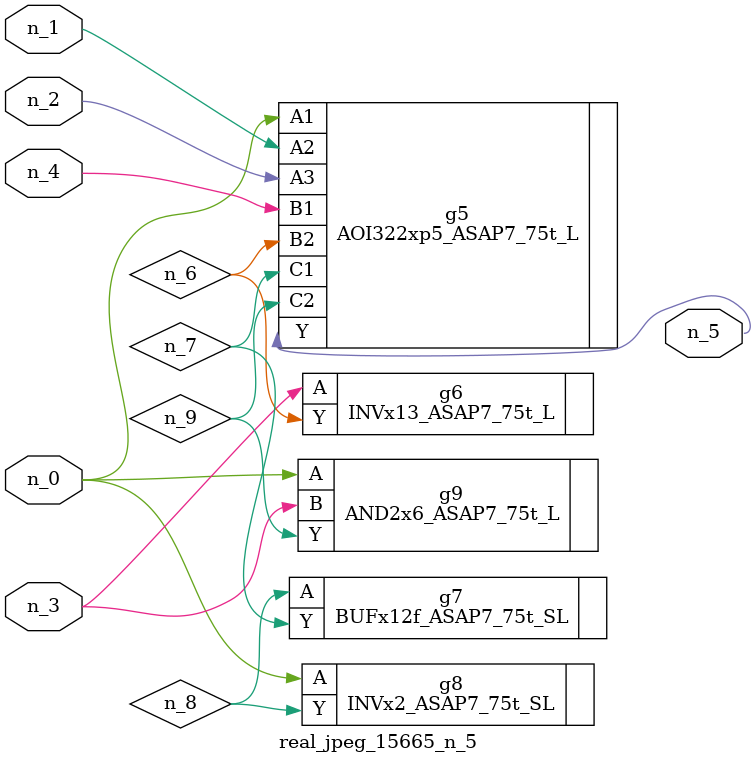
<source format=v>
module real_jpeg_15665_n_5 (n_4, n_0, n_1, n_2, n_3, n_5);

input n_4;
input n_0;
input n_1;
input n_2;
input n_3;

output n_5;

wire n_8;
wire n_6;
wire n_7;
wire n_9;

AOI322xp5_ASAP7_75t_L g5 ( 
.A1(n_0),
.A2(n_1),
.A3(n_2),
.B1(n_4),
.B2(n_6),
.C1(n_7),
.C2(n_9),
.Y(n_5)
);

INVx2_ASAP7_75t_SL g8 ( 
.A(n_0),
.Y(n_8)
);

AND2x6_ASAP7_75t_L g9 ( 
.A(n_0),
.B(n_3),
.Y(n_9)
);

INVx13_ASAP7_75t_L g6 ( 
.A(n_3),
.Y(n_6)
);

BUFx12f_ASAP7_75t_SL g7 ( 
.A(n_8),
.Y(n_7)
);


endmodule
</source>
